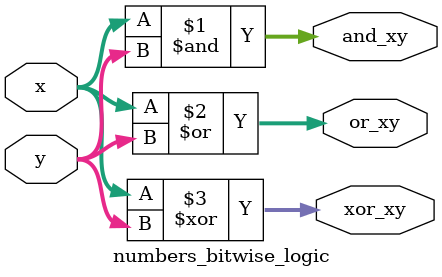
<source format=sv>


module numbers_bitwise_logic (
    input  wire [7:0] x,
    input  wire [7:0] y,
    output wire [7:0] and_xy,
    output wire [7:0] or_xy,
    output wire [7:0] xor_xy
);
    assign and_xy = x & y;
    assign or_xy  = x | y;
    assign xor_xy = x ^ y;
endmodule

</source>
